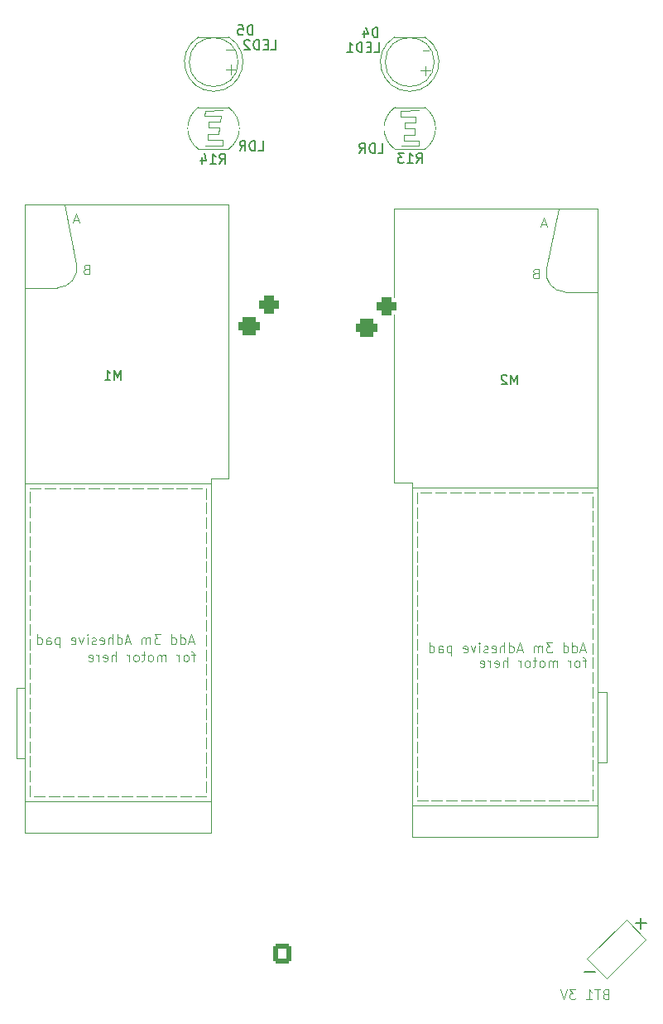
<source format=gbr>
%TF.GenerationSoftware,KiCad,Pcbnew,8.0.2*%
%TF.CreationDate,2024-05-30T02:19:43-04:00*%
%TF.ProjectId,Line-following-learn-to-solder-kit,4c696e65-2d66-46f6-9c6c-6f77696e672d,0*%
%TF.SameCoordinates,Original*%
%TF.FileFunction,Legend,Bot*%
%TF.FilePolarity,Positive*%
%FSLAX46Y46*%
G04 Gerber Fmt 4.6, Leading zero omitted, Abs format (unit mm)*
G04 Created by KiCad (PCBNEW 8.0.2) date 2024-05-30 02:19:43*
%MOMM*%
%LPD*%
G01*
G04 APERTURE LIST*
G04 Aperture macros list*
%AMRoundRect*
0 Rectangle with rounded corners*
0 $1 Rounding radius*
0 $2 $3 $4 $5 $6 $7 $8 $9 X,Y pos of 4 corners*
0 Add a 4 corners polygon primitive as box body*
4,1,4,$2,$3,$4,$5,$6,$7,$8,$9,$2,$3,0*
0 Add four circle primitives for the rounded corners*
1,1,$1+$1,$2,$3*
1,1,$1+$1,$4,$5*
1,1,$1+$1,$6,$7*
1,1,$1+$1,$8,$9*
0 Add four rect primitives between the rounded corners*
20,1,$1+$1,$2,$3,$4,$5,0*
20,1,$1+$1,$4,$5,$6,$7,0*
20,1,$1+$1,$6,$7,$8,$9,0*
20,1,$1+$1,$8,$9,$2,$3,0*%
%AMRotRect*
0 Rectangle, with rotation*
0 The origin of the aperture is its center*
0 $1 length*
0 $2 width*
0 $3 Rotation angle, in degrees counterclockwise*
0 Add horizontal line*
21,1,$1,$2,0,0,$3*%
G04 Aperture macros list end*
%ADD10C,0.100000*%
%ADD11C,0.150000*%
%ADD12C,0.120000*%
%ADD13O,3.000000X2.500000*%
%ADD14C,10.000000*%
%ADD15C,5.400000*%
%ADD16C,3.000000*%
%ADD17C,2.000000*%
%ADD18RotRect,2.000000X2.000000X45.000000*%
%ADD19O,3.300000X6.000000*%
%ADD20C,3.300000*%
%ADD21O,1.800000X2.200000*%
%ADD22R,2.400000X1.600000*%
%ADD23O,2.400000X1.600000*%
%ADD24C,2.200000*%
%ADD25R,2.200000X1.800000*%
%ADD26RoundRect,0.450000X-0.550000X0.450000X-0.550000X-0.450000X0.550000X-0.450000X0.550000X0.450000X0*%
%ADD27RoundRect,0.450000X-0.650000X0.450000X-0.650000X-0.450000X0.650000X-0.450000X0.650000X0.450000X0*%
%ADD28R,1.800000X1.800000*%
%ADD29C,1.800000*%
%ADD30RoundRect,0.225000X-0.675000X-0.775000X0.675000X-0.775000X0.675000X0.775000X-0.675000X0.775000X0*%
%ADD31O,1.800000X2.000000*%
%ADD32R,2.200000X2.500000*%
%ADD33O,2.500000X2.200000*%
%ADD34O,2.200000X2.500000*%
%ADD35R,1.600000X1.600000*%
%ADD36C,1.600000*%
G04 APERTURE END LIST*
D10*
X101780000Y-69530000D02*
X99980000Y-69530000D01*
X101755000Y-68980000D02*
X101780000Y-69530000D01*
X100255000Y-68980000D02*
X101755000Y-68980000D01*
X100255000Y-68380000D02*
X100255000Y-68980000D01*
X101405000Y-68380000D02*
X100255000Y-68380000D01*
X101405000Y-67730000D02*
X101405000Y-68380000D01*
X100380000Y-67730000D02*
X101405000Y-67730000D01*
X100380000Y-67155000D02*
X100380000Y-67730000D01*
X101480000Y-67155000D02*
X100380000Y-67155000D01*
X101455000Y-66530000D02*
X101480000Y-67155000D01*
X99955000Y-66555000D02*
X101455000Y-66530000D01*
X99930000Y-65955000D02*
X99955000Y-66555000D01*
X101780000Y-65905000D02*
X99930000Y-65955000D01*
X81705000Y-69530000D02*
X79955000Y-69530000D01*
X81755000Y-68930000D02*
X81705000Y-69530000D01*
X80205000Y-68955000D02*
X81755000Y-68930000D01*
X80205000Y-68305000D02*
X80205000Y-68955000D01*
X81330000Y-68330000D02*
X80205000Y-68305000D01*
X81355000Y-67630000D02*
X81330000Y-68330000D01*
X80280000Y-67630000D02*
X81355000Y-67630000D01*
X80255000Y-67055000D02*
X80280000Y-67630000D01*
X81505000Y-67055000D02*
X80255000Y-67055000D01*
X81555000Y-66480000D02*
X81505000Y-67055000D01*
X79905000Y-66480000D02*
X81555000Y-66480000D01*
X79930000Y-65930000D02*
X79905000Y-66480000D01*
X81730000Y-65905000D02*
X79930000Y-65930000D01*
X102830000Y-59780000D02*
X102205000Y-59780000D01*
X82812287Y-59735210D02*
X82062287Y-59735210D01*
X83062287Y-61735210D02*
X82062287Y-61735210D01*
X82562287Y-61235210D02*
X82562287Y-62235210D01*
X102505000Y-61355000D02*
X102505000Y-62355000D01*
X103005000Y-61855000D02*
X102005000Y-61855000D01*
D11*
X111899523Y-93934819D02*
X111899523Y-92934819D01*
X111899523Y-92934819D02*
X111566190Y-93649104D01*
X111566190Y-93649104D02*
X111232857Y-92934819D01*
X111232857Y-92934819D02*
X111232857Y-93934819D01*
X110804285Y-93030057D02*
X110756666Y-92982438D01*
X110756666Y-92982438D02*
X110661428Y-92934819D01*
X110661428Y-92934819D02*
X110423333Y-92934819D01*
X110423333Y-92934819D02*
X110328095Y-92982438D01*
X110328095Y-92982438D02*
X110280476Y-93030057D01*
X110280476Y-93030057D02*
X110232857Y-93125295D01*
X110232857Y-93125295D02*
X110232857Y-93220533D01*
X110232857Y-93220533D02*
X110280476Y-93363390D01*
X110280476Y-93363390D02*
X110851904Y-93934819D01*
X110851904Y-93934819D02*
X110232857Y-93934819D01*
D10*
X114833734Y-77566704D02*
X114357544Y-77566704D01*
X114928972Y-77852419D02*
X114595639Y-76852419D01*
X114595639Y-76852419D02*
X114262306Y-77852419D01*
X113702782Y-82578609D02*
X113559925Y-82626228D01*
X113559925Y-82626228D02*
X113512306Y-82673847D01*
X113512306Y-82673847D02*
X113464687Y-82769085D01*
X113464687Y-82769085D02*
X113464687Y-82911942D01*
X113464687Y-82911942D02*
X113512306Y-83007180D01*
X113512306Y-83007180D02*
X113559925Y-83054800D01*
X113559925Y-83054800D02*
X113655163Y-83102419D01*
X113655163Y-83102419D02*
X114036115Y-83102419D01*
X114036115Y-83102419D02*
X114036115Y-82102419D01*
X114036115Y-82102419D02*
X113702782Y-82102419D01*
X113702782Y-82102419D02*
X113607544Y-82150038D01*
X113607544Y-82150038D02*
X113559925Y-82197657D01*
X113559925Y-82197657D02*
X113512306Y-82292895D01*
X113512306Y-82292895D02*
X113512306Y-82388133D01*
X113512306Y-82388133D02*
X113559925Y-82483371D01*
X113559925Y-82483371D02*
X113607544Y-82530990D01*
X113607544Y-82530990D02*
X113702782Y-82578609D01*
X113702782Y-82578609D02*
X114036115Y-82578609D01*
X118928972Y-122185752D02*
X118548020Y-122185752D01*
X118786115Y-122852419D02*
X118786115Y-121995276D01*
X118786115Y-121995276D02*
X118738496Y-121900038D01*
X118738496Y-121900038D02*
X118643258Y-121852419D01*
X118643258Y-121852419D02*
X118548020Y-121852419D01*
X118071829Y-122852419D02*
X118167067Y-122804800D01*
X118167067Y-122804800D02*
X118214686Y-122757180D01*
X118214686Y-122757180D02*
X118262305Y-122661942D01*
X118262305Y-122661942D02*
X118262305Y-122376228D01*
X118262305Y-122376228D02*
X118214686Y-122280990D01*
X118214686Y-122280990D02*
X118167067Y-122233371D01*
X118167067Y-122233371D02*
X118071829Y-122185752D01*
X118071829Y-122185752D02*
X117928972Y-122185752D01*
X117928972Y-122185752D02*
X117833734Y-122233371D01*
X117833734Y-122233371D02*
X117786115Y-122280990D01*
X117786115Y-122280990D02*
X117738496Y-122376228D01*
X117738496Y-122376228D02*
X117738496Y-122661942D01*
X117738496Y-122661942D02*
X117786115Y-122757180D01*
X117786115Y-122757180D02*
X117833734Y-122804800D01*
X117833734Y-122804800D02*
X117928972Y-122852419D01*
X117928972Y-122852419D02*
X118071829Y-122852419D01*
X117309924Y-122852419D02*
X117309924Y-122185752D01*
X117309924Y-122376228D02*
X117262305Y-122280990D01*
X117262305Y-122280990D02*
X117214686Y-122233371D01*
X117214686Y-122233371D02*
X117119448Y-122185752D01*
X117119448Y-122185752D02*
X117024210Y-122185752D01*
X115928971Y-122852419D02*
X115928971Y-122185752D01*
X115928971Y-122280990D02*
X115881352Y-122233371D01*
X115881352Y-122233371D02*
X115786114Y-122185752D01*
X115786114Y-122185752D02*
X115643257Y-122185752D01*
X115643257Y-122185752D02*
X115548019Y-122233371D01*
X115548019Y-122233371D02*
X115500400Y-122328609D01*
X115500400Y-122328609D02*
X115500400Y-122852419D01*
X115500400Y-122328609D02*
X115452781Y-122233371D01*
X115452781Y-122233371D02*
X115357543Y-122185752D01*
X115357543Y-122185752D02*
X115214686Y-122185752D01*
X115214686Y-122185752D02*
X115119447Y-122233371D01*
X115119447Y-122233371D02*
X115071828Y-122328609D01*
X115071828Y-122328609D02*
X115071828Y-122852419D01*
X114452781Y-122852419D02*
X114548019Y-122804800D01*
X114548019Y-122804800D02*
X114595638Y-122757180D01*
X114595638Y-122757180D02*
X114643257Y-122661942D01*
X114643257Y-122661942D02*
X114643257Y-122376228D01*
X114643257Y-122376228D02*
X114595638Y-122280990D01*
X114595638Y-122280990D02*
X114548019Y-122233371D01*
X114548019Y-122233371D02*
X114452781Y-122185752D01*
X114452781Y-122185752D02*
X114309924Y-122185752D01*
X114309924Y-122185752D02*
X114214686Y-122233371D01*
X114214686Y-122233371D02*
X114167067Y-122280990D01*
X114167067Y-122280990D02*
X114119448Y-122376228D01*
X114119448Y-122376228D02*
X114119448Y-122661942D01*
X114119448Y-122661942D02*
X114167067Y-122757180D01*
X114167067Y-122757180D02*
X114214686Y-122804800D01*
X114214686Y-122804800D02*
X114309924Y-122852419D01*
X114309924Y-122852419D02*
X114452781Y-122852419D01*
X113833733Y-122185752D02*
X113452781Y-122185752D01*
X113690876Y-121852419D02*
X113690876Y-122709561D01*
X113690876Y-122709561D02*
X113643257Y-122804800D01*
X113643257Y-122804800D02*
X113548019Y-122852419D01*
X113548019Y-122852419D02*
X113452781Y-122852419D01*
X112976590Y-122852419D02*
X113071828Y-122804800D01*
X113071828Y-122804800D02*
X113119447Y-122757180D01*
X113119447Y-122757180D02*
X113167066Y-122661942D01*
X113167066Y-122661942D02*
X113167066Y-122376228D01*
X113167066Y-122376228D02*
X113119447Y-122280990D01*
X113119447Y-122280990D02*
X113071828Y-122233371D01*
X113071828Y-122233371D02*
X112976590Y-122185752D01*
X112976590Y-122185752D02*
X112833733Y-122185752D01*
X112833733Y-122185752D02*
X112738495Y-122233371D01*
X112738495Y-122233371D02*
X112690876Y-122280990D01*
X112690876Y-122280990D02*
X112643257Y-122376228D01*
X112643257Y-122376228D02*
X112643257Y-122661942D01*
X112643257Y-122661942D02*
X112690876Y-122757180D01*
X112690876Y-122757180D02*
X112738495Y-122804800D01*
X112738495Y-122804800D02*
X112833733Y-122852419D01*
X112833733Y-122852419D02*
X112976590Y-122852419D01*
X112214685Y-122852419D02*
X112214685Y-122185752D01*
X112214685Y-122376228D02*
X112167066Y-122280990D01*
X112167066Y-122280990D02*
X112119447Y-122233371D01*
X112119447Y-122233371D02*
X112024209Y-122185752D01*
X112024209Y-122185752D02*
X111928971Y-122185752D01*
X110833732Y-122852419D02*
X110833732Y-121852419D01*
X110405161Y-122852419D02*
X110405161Y-122328609D01*
X110405161Y-122328609D02*
X110452780Y-122233371D01*
X110452780Y-122233371D02*
X110548018Y-122185752D01*
X110548018Y-122185752D02*
X110690875Y-122185752D01*
X110690875Y-122185752D02*
X110786113Y-122233371D01*
X110786113Y-122233371D02*
X110833732Y-122280990D01*
X109548018Y-122804800D02*
X109643256Y-122852419D01*
X109643256Y-122852419D02*
X109833732Y-122852419D01*
X109833732Y-122852419D02*
X109928970Y-122804800D01*
X109928970Y-122804800D02*
X109976589Y-122709561D01*
X109976589Y-122709561D02*
X109976589Y-122328609D01*
X109976589Y-122328609D02*
X109928970Y-122233371D01*
X109928970Y-122233371D02*
X109833732Y-122185752D01*
X109833732Y-122185752D02*
X109643256Y-122185752D01*
X109643256Y-122185752D02*
X109548018Y-122233371D01*
X109548018Y-122233371D02*
X109500399Y-122328609D01*
X109500399Y-122328609D02*
X109500399Y-122423847D01*
X109500399Y-122423847D02*
X109976589Y-122519085D01*
X109071827Y-122852419D02*
X109071827Y-122185752D01*
X109071827Y-122376228D02*
X109024208Y-122280990D01*
X109024208Y-122280990D02*
X108976589Y-122233371D01*
X108976589Y-122233371D02*
X108881351Y-122185752D01*
X108881351Y-122185752D02*
X108786113Y-122185752D01*
X108071827Y-122804800D02*
X108167065Y-122852419D01*
X108167065Y-122852419D02*
X108357541Y-122852419D01*
X108357541Y-122852419D02*
X108452779Y-122804800D01*
X108452779Y-122804800D02*
X108500398Y-122709561D01*
X108500398Y-122709561D02*
X108500398Y-122328609D01*
X108500398Y-122328609D02*
X108452779Y-122233371D01*
X108452779Y-122233371D02*
X108357541Y-122185752D01*
X108357541Y-122185752D02*
X108167065Y-122185752D01*
X108167065Y-122185752D02*
X108071827Y-122233371D01*
X108071827Y-122233371D02*
X108024208Y-122328609D01*
X108024208Y-122328609D02*
X108024208Y-122423847D01*
X108024208Y-122423847D02*
X108500398Y-122519085D01*
X118833734Y-121066704D02*
X118357544Y-121066704D01*
X118928972Y-121352419D02*
X118595639Y-120352419D01*
X118595639Y-120352419D02*
X118262306Y-121352419D01*
X117500401Y-121352419D02*
X117500401Y-120352419D01*
X117500401Y-121304800D02*
X117595639Y-121352419D01*
X117595639Y-121352419D02*
X117786115Y-121352419D01*
X117786115Y-121352419D02*
X117881353Y-121304800D01*
X117881353Y-121304800D02*
X117928972Y-121257180D01*
X117928972Y-121257180D02*
X117976591Y-121161942D01*
X117976591Y-121161942D02*
X117976591Y-120876228D01*
X117976591Y-120876228D02*
X117928972Y-120780990D01*
X117928972Y-120780990D02*
X117881353Y-120733371D01*
X117881353Y-120733371D02*
X117786115Y-120685752D01*
X117786115Y-120685752D02*
X117595639Y-120685752D01*
X117595639Y-120685752D02*
X117500401Y-120733371D01*
X116595639Y-121352419D02*
X116595639Y-120352419D01*
X116595639Y-121304800D02*
X116690877Y-121352419D01*
X116690877Y-121352419D02*
X116881353Y-121352419D01*
X116881353Y-121352419D02*
X116976591Y-121304800D01*
X116976591Y-121304800D02*
X117024210Y-121257180D01*
X117024210Y-121257180D02*
X117071829Y-121161942D01*
X117071829Y-121161942D02*
X117071829Y-120876228D01*
X117071829Y-120876228D02*
X117024210Y-120780990D01*
X117024210Y-120780990D02*
X116976591Y-120733371D01*
X116976591Y-120733371D02*
X116881353Y-120685752D01*
X116881353Y-120685752D02*
X116690877Y-120685752D01*
X116690877Y-120685752D02*
X116595639Y-120733371D01*
X115452781Y-120352419D02*
X114833734Y-120352419D01*
X114833734Y-120352419D02*
X115167067Y-120733371D01*
X115167067Y-120733371D02*
X115024210Y-120733371D01*
X115024210Y-120733371D02*
X114928972Y-120780990D01*
X114928972Y-120780990D02*
X114881353Y-120828609D01*
X114881353Y-120828609D02*
X114833734Y-120923847D01*
X114833734Y-120923847D02*
X114833734Y-121161942D01*
X114833734Y-121161942D02*
X114881353Y-121257180D01*
X114881353Y-121257180D02*
X114928972Y-121304800D01*
X114928972Y-121304800D02*
X115024210Y-121352419D01*
X115024210Y-121352419D02*
X115309924Y-121352419D01*
X115309924Y-121352419D02*
X115405162Y-121304800D01*
X115405162Y-121304800D02*
X115452781Y-121257180D01*
X114405162Y-121352419D02*
X114405162Y-120685752D01*
X114405162Y-120780990D02*
X114357543Y-120733371D01*
X114357543Y-120733371D02*
X114262305Y-120685752D01*
X114262305Y-120685752D02*
X114119448Y-120685752D01*
X114119448Y-120685752D02*
X114024210Y-120733371D01*
X114024210Y-120733371D02*
X113976591Y-120828609D01*
X113976591Y-120828609D02*
X113976591Y-121352419D01*
X113976591Y-120828609D02*
X113928972Y-120733371D01*
X113928972Y-120733371D02*
X113833734Y-120685752D01*
X113833734Y-120685752D02*
X113690877Y-120685752D01*
X113690877Y-120685752D02*
X113595638Y-120733371D01*
X113595638Y-120733371D02*
X113548019Y-120828609D01*
X113548019Y-120828609D02*
X113548019Y-121352419D01*
X112357543Y-121066704D02*
X111881353Y-121066704D01*
X112452781Y-121352419D02*
X112119448Y-120352419D01*
X112119448Y-120352419D02*
X111786115Y-121352419D01*
X111024210Y-121352419D02*
X111024210Y-120352419D01*
X111024210Y-121304800D02*
X111119448Y-121352419D01*
X111119448Y-121352419D02*
X111309924Y-121352419D01*
X111309924Y-121352419D02*
X111405162Y-121304800D01*
X111405162Y-121304800D02*
X111452781Y-121257180D01*
X111452781Y-121257180D02*
X111500400Y-121161942D01*
X111500400Y-121161942D02*
X111500400Y-120876228D01*
X111500400Y-120876228D02*
X111452781Y-120780990D01*
X111452781Y-120780990D02*
X111405162Y-120733371D01*
X111405162Y-120733371D02*
X111309924Y-120685752D01*
X111309924Y-120685752D02*
X111119448Y-120685752D01*
X111119448Y-120685752D02*
X111024210Y-120733371D01*
X110548019Y-121352419D02*
X110548019Y-120352419D01*
X110119448Y-121352419D02*
X110119448Y-120828609D01*
X110119448Y-120828609D02*
X110167067Y-120733371D01*
X110167067Y-120733371D02*
X110262305Y-120685752D01*
X110262305Y-120685752D02*
X110405162Y-120685752D01*
X110405162Y-120685752D02*
X110500400Y-120733371D01*
X110500400Y-120733371D02*
X110548019Y-120780990D01*
X109262305Y-121304800D02*
X109357543Y-121352419D01*
X109357543Y-121352419D02*
X109548019Y-121352419D01*
X109548019Y-121352419D02*
X109643257Y-121304800D01*
X109643257Y-121304800D02*
X109690876Y-121209561D01*
X109690876Y-121209561D02*
X109690876Y-120828609D01*
X109690876Y-120828609D02*
X109643257Y-120733371D01*
X109643257Y-120733371D02*
X109548019Y-120685752D01*
X109548019Y-120685752D02*
X109357543Y-120685752D01*
X109357543Y-120685752D02*
X109262305Y-120733371D01*
X109262305Y-120733371D02*
X109214686Y-120828609D01*
X109214686Y-120828609D02*
X109214686Y-120923847D01*
X109214686Y-120923847D02*
X109690876Y-121019085D01*
X108833733Y-121304800D02*
X108738495Y-121352419D01*
X108738495Y-121352419D02*
X108548019Y-121352419D01*
X108548019Y-121352419D02*
X108452781Y-121304800D01*
X108452781Y-121304800D02*
X108405162Y-121209561D01*
X108405162Y-121209561D02*
X108405162Y-121161942D01*
X108405162Y-121161942D02*
X108452781Y-121066704D01*
X108452781Y-121066704D02*
X108548019Y-121019085D01*
X108548019Y-121019085D02*
X108690876Y-121019085D01*
X108690876Y-121019085D02*
X108786114Y-120971466D01*
X108786114Y-120971466D02*
X108833733Y-120876228D01*
X108833733Y-120876228D02*
X108833733Y-120828609D01*
X108833733Y-120828609D02*
X108786114Y-120733371D01*
X108786114Y-120733371D02*
X108690876Y-120685752D01*
X108690876Y-120685752D02*
X108548019Y-120685752D01*
X108548019Y-120685752D02*
X108452781Y-120733371D01*
X107976590Y-121352419D02*
X107976590Y-120685752D01*
X107976590Y-120352419D02*
X108024209Y-120400038D01*
X108024209Y-120400038D02*
X107976590Y-120447657D01*
X107976590Y-120447657D02*
X107928971Y-120400038D01*
X107928971Y-120400038D02*
X107976590Y-120352419D01*
X107976590Y-120352419D02*
X107976590Y-120447657D01*
X107595638Y-120685752D02*
X107357543Y-121352419D01*
X107357543Y-121352419D02*
X107119448Y-120685752D01*
X106357543Y-121304800D02*
X106452781Y-121352419D01*
X106452781Y-121352419D02*
X106643257Y-121352419D01*
X106643257Y-121352419D02*
X106738495Y-121304800D01*
X106738495Y-121304800D02*
X106786114Y-121209561D01*
X106786114Y-121209561D02*
X106786114Y-120828609D01*
X106786114Y-120828609D02*
X106738495Y-120733371D01*
X106738495Y-120733371D02*
X106643257Y-120685752D01*
X106643257Y-120685752D02*
X106452781Y-120685752D01*
X106452781Y-120685752D02*
X106357543Y-120733371D01*
X106357543Y-120733371D02*
X106309924Y-120828609D01*
X106309924Y-120828609D02*
X106309924Y-120923847D01*
X106309924Y-120923847D02*
X106786114Y-121019085D01*
X105119447Y-120685752D02*
X105119447Y-121685752D01*
X105119447Y-120733371D02*
X105024209Y-120685752D01*
X105024209Y-120685752D02*
X104833733Y-120685752D01*
X104833733Y-120685752D02*
X104738495Y-120733371D01*
X104738495Y-120733371D02*
X104690876Y-120780990D01*
X104690876Y-120780990D02*
X104643257Y-120876228D01*
X104643257Y-120876228D02*
X104643257Y-121161942D01*
X104643257Y-121161942D02*
X104690876Y-121257180D01*
X104690876Y-121257180D02*
X104738495Y-121304800D01*
X104738495Y-121304800D02*
X104833733Y-121352419D01*
X104833733Y-121352419D02*
X105024209Y-121352419D01*
X105024209Y-121352419D02*
X105119447Y-121304800D01*
X103786114Y-121352419D02*
X103786114Y-120828609D01*
X103786114Y-120828609D02*
X103833733Y-120733371D01*
X103833733Y-120733371D02*
X103928971Y-120685752D01*
X103928971Y-120685752D02*
X104119447Y-120685752D01*
X104119447Y-120685752D02*
X104214685Y-120733371D01*
X103786114Y-121304800D02*
X103881352Y-121352419D01*
X103881352Y-121352419D02*
X104119447Y-121352419D01*
X104119447Y-121352419D02*
X104214685Y-121304800D01*
X104214685Y-121304800D02*
X104262304Y-121209561D01*
X104262304Y-121209561D02*
X104262304Y-121114323D01*
X104262304Y-121114323D02*
X104214685Y-121019085D01*
X104214685Y-121019085D02*
X104119447Y-120971466D01*
X104119447Y-120971466D02*
X103881352Y-120971466D01*
X103881352Y-120971466D02*
X103786114Y-120923847D01*
X102881352Y-121352419D02*
X102881352Y-120352419D01*
X102881352Y-121304800D02*
X102976590Y-121352419D01*
X102976590Y-121352419D02*
X103167066Y-121352419D01*
X103167066Y-121352419D02*
X103262304Y-121304800D01*
X103262304Y-121304800D02*
X103309923Y-121257180D01*
X103309923Y-121257180D02*
X103357542Y-121161942D01*
X103357542Y-121161942D02*
X103357542Y-120876228D01*
X103357542Y-120876228D02*
X103309923Y-120780990D01*
X103309923Y-120780990D02*
X103262304Y-120733371D01*
X103262304Y-120733371D02*
X103167066Y-120685752D01*
X103167066Y-120685752D02*
X102976590Y-120685752D01*
X102976590Y-120685752D02*
X102881352Y-120733371D01*
D11*
X71339523Y-93504819D02*
X71339523Y-92504819D01*
X71339523Y-92504819D02*
X71006190Y-93219104D01*
X71006190Y-93219104D02*
X70672857Y-92504819D01*
X70672857Y-92504819D02*
X70672857Y-93504819D01*
X69672857Y-93504819D02*
X70244285Y-93504819D01*
X69958571Y-93504819D02*
X69958571Y-92504819D01*
X69958571Y-92504819D02*
X70053809Y-92647676D01*
X70053809Y-92647676D02*
X70149047Y-92742914D01*
X70149047Y-92742914D02*
X70244285Y-92790533D01*
D10*
X67012455Y-77136704D02*
X66536265Y-77136704D01*
X67107693Y-77422419D02*
X66774360Y-76422419D01*
X66774360Y-76422419D02*
X66441027Y-77422419D01*
X67774360Y-82148609D02*
X67631503Y-82196228D01*
X67631503Y-82196228D02*
X67583884Y-82243847D01*
X67583884Y-82243847D02*
X67536265Y-82339085D01*
X67536265Y-82339085D02*
X67536265Y-82481942D01*
X67536265Y-82481942D02*
X67583884Y-82577180D01*
X67583884Y-82577180D02*
X67631503Y-82624800D01*
X67631503Y-82624800D02*
X67726741Y-82672419D01*
X67726741Y-82672419D02*
X68107693Y-82672419D01*
X68107693Y-82672419D02*
X68107693Y-81672419D01*
X68107693Y-81672419D02*
X67774360Y-81672419D01*
X67774360Y-81672419D02*
X67679122Y-81720038D01*
X67679122Y-81720038D02*
X67631503Y-81767657D01*
X67631503Y-81767657D02*
X67583884Y-81862895D01*
X67583884Y-81862895D02*
X67583884Y-81958133D01*
X67583884Y-81958133D02*
X67631503Y-82053371D01*
X67631503Y-82053371D02*
X67679122Y-82100990D01*
X67679122Y-82100990D02*
X67774360Y-82148609D01*
X67774360Y-82148609D02*
X68107693Y-82148609D01*
X78900550Y-121584753D02*
X78519598Y-121584753D01*
X78757693Y-122251420D02*
X78757693Y-121394277D01*
X78757693Y-121394277D02*
X78710074Y-121299039D01*
X78710074Y-121299039D02*
X78614836Y-121251420D01*
X78614836Y-121251420D02*
X78519598Y-121251420D01*
X78043407Y-122251420D02*
X78138645Y-122203801D01*
X78138645Y-122203801D02*
X78186264Y-122156181D01*
X78186264Y-122156181D02*
X78233883Y-122060943D01*
X78233883Y-122060943D02*
X78233883Y-121775229D01*
X78233883Y-121775229D02*
X78186264Y-121679991D01*
X78186264Y-121679991D02*
X78138645Y-121632372D01*
X78138645Y-121632372D02*
X78043407Y-121584753D01*
X78043407Y-121584753D02*
X77900550Y-121584753D01*
X77900550Y-121584753D02*
X77805312Y-121632372D01*
X77805312Y-121632372D02*
X77757693Y-121679991D01*
X77757693Y-121679991D02*
X77710074Y-121775229D01*
X77710074Y-121775229D02*
X77710074Y-122060943D01*
X77710074Y-122060943D02*
X77757693Y-122156181D01*
X77757693Y-122156181D02*
X77805312Y-122203801D01*
X77805312Y-122203801D02*
X77900550Y-122251420D01*
X77900550Y-122251420D02*
X78043407Y-122251420D01*
X77281502Y-122251420D02*
X77281502Y-121584753D01*
X77281502Y-121775229D02*
X77233883Y-121679991D01*
X77233883Y-121679991D02*
X77186264Y-121632372D01*
X77186264Y-121632372D02*
X77091026Y-121584753D01*
X77091026Y-121584753D02*
X76995788Y-121584753D01*
X75900549Y-122251420D02*
X75900549Y-121584753D01*
X75900549Y-121679991D02*
X75852930Y-121632372D01*
X75852930Y-121632372D02*
X75757692Y-121584753D01*
X75757692Y-121584753D02*
X75614835Y-121584753D01*
X75614835Y-121584753D02*
X75519597Y-121632372D01*
X75519597Y-121632372D02*
X75471978Y-121727610D01*
X75471978Y-121727610D02*
X75471978Y-122251420D01*
X75471978Y-121727610D02*
X75424359Y-121632372D01*
X75424359Y-121632372D02*
X75329121Y-121584753D01*
X75329121Y-121584753D02*
X75186264Y-121584753D01*
X75186264Y-121584753D02*
X75091025Y-121632372D01*
X75091025Y-121632372D02*
X75043406Y-121727610D01*
X75043406Y-121727610D02*
X75043406Y-122251420D01*
X74424359Y-122251420D02*
X74519597Y-122203801D01*
X74519597Y-122203801D02*
X74567216Y-122156181D01*
X74567216Y-122156181D02*
X74614835Y-122060943D01*
X74614835Y-122060943D02*
X74614835Y-121775229D01*
X74614835Y-121775229D02*
X74567216Y-121679991D01*
X74567216Y-121679991D02*
X74519597Y-121632372D01*
X74519597Y-121632372D02*
X74424359Y-121584753D01*
X74424359Y-121584753D02*
X74281502Y-121584753D01*
X74281502Y-121584753D02*
X74186264Y-121632372D01*
X74186264Y-121632372D02*
X74138645Y-121679991D01*
X74138645Y-121679991D02*
X74091026Y-121775229D01*
X74091026Y-121775229D02*
X74091026Y-122060943D01*
X74091026Y-122060943D02*
X74138645Y-122156181D01*
X74138645Y-122156181D02*
X74186264Y-122203801D01*
X74186264Y-122203801D02*
X74281502Y-122251420D01*
X74281502Y-122251420D02*
X74424359Y-122251420D01*
X73805311Y-121584753D02*
X73424359Y-121584753D01*
X73662454Y-121251420D02*
X73662454Y-122108562D01*
X73662454Y-122108562D02*
X73614835Y-122203801D01*
X73614835Y-122203801D02*
X73519597Y-122251420D01*
X73519597Y-122251420D02*
X73424359Y-122251420D01*
X72948168Y-122251420D02*
X73043406Y-122203801D01*
X73043406Y-122203801D02*
X73091025Y-122156181D01*
X73091025Y-122156181D02*
X73138644Y-122060943D01*
X73138644Y-122060943D02*
X73138644Y-121775229D01*
X73138644Y-121775229D02*
X73091025Y-121679991D01*
X73091025Y-121679991D02*
X73043406Y-121632372D01*
X73043406Y-121632372D02*
X72948168Y-121584753D01*
X72948168Y-121584753D02*
X72805311Y-121584753D01*
X72805311Y-121584753D02*
X72710073Y-121632372D01*
X72710073Y-121632372D02*
X72662454Y-121679991D01*
X72662454Y-121679991D02*
X72614835Y-121775229D01*
X72614835Y-121775229D02*
X72614835Y-122060943D01*
X72614835Y-122060943D02*
X72662454Y-122156181D01*
X72662454Y-122156181D02*
X72710073Y-122203801D01*
X72710073Y-122203801D02*
X72805311Y-122251420D01*
X72805311Y-122251420D02*
X72948168Y-122251420D01*
X72186263Y-122251420D02*
X72186263Y-121584753D01*
X72186263Y-121775229D02*
X72138644Y-121679991D01*
X72138644Y-121679991D02*
X72091025Y-121632372D01*
X72091025Y-121632372D02*
X71995787Y-121584753D01*
X71995787Y-121584753D02*
X71900549Y-121584753D01*
X70805310Y-122251420D02*
X70805310Y-121251420D01*
X70376739Y-122251420D02*
X70376739Y-121727610D01*
X70376739Y-121727610D02*
X70424358Y-121632372D01*
X70424358Y-121632372D02*
X70519596Y-121584753D01*
X70519596Y-121584753D02*
X70662453Y-121584753D01*
X70662453Y-121584753D02*
X70757691Y-121632372D01*
X70757691Y-121632372D02*
X70805310Y-121679991D01*
X69519596Y-122203801D02*
X69614834Y-122251420D01*
X69614834Y-122251420D02*
X69805310Y-122251420D01*
X69805310Y-122251420D02*
X69900548Y-122203801D01*
X69900548Y-122203801D02*
X69948167Y-122108562D01*
X69948167Y-122108562D02*
X69948167Y-121727610D01*
X69948167Y-121727610D02*
X69900548Y-121632372D01*
X69900548Y-121632372D02*
X69805310Y-121584753D01*
X69805310Y-121584753D02*
X69614834Y-121584753D01*
X69614834Y-121584753D02*
X69519596Y-121632372D01*
X69519596Y-121632372D02*
X69471977Y-121727610D01*
X69471977Y-121727610D02*
X69471977Y-121822848D01*
X69471977Y-121822848D02*
X69948167Y-121918086D01*
X69043405Y-122251420D02*
X69043405Y-121584753D01*
X69043405Y-121775229D02*
X68995786Y-121679991D01*
X68995786Y-121679991D02*
X68948167Y-121632372D01*
X68948167Y-121632372D02*
X68852929Y-121584753D01*
X68852929Y-121584753D02*
X68757691Y-121584753D01*
X68043405Y-122203801D02*
X68138643Y-122251420D01*
X68138643Y-122251420D02*
X68329119Y-122251420D01*
X68329119Y-122251420D02*
X68424357Y-122203801D01*
X68424357Y-122203801D02*
X68471976Y-122108562D01*
X68471976Y-122108562D02*
X68471976Y-121727610D01*
X68471976Y-121727610D02*
X68424357Y-121632372D01*
X68424357Y-121632372D02*
X68329119Y-121584753D01*
X68329119Y-121584753D02*
X68138643Y-121584753D01*
X68138643Y-121584753D02*
X68043405Y-121632372D01*
X68043405Y-121632372D02*
X67995786Y-121727610D01*
X67995786Y-121727610D02*
X67995786Y-121822848D01*
X67995786Y-121822848D02*
X68471976Y-121918086D01*
X78745787Y-120215705D02*
X78269597Y-120215705D01*
X78841025Y-120501420D02*
X78507692Y-119501420D01*
X78507692Y-119501420D02*
X78174359Y-120501420D01*
X77412454Y-120501420D02*
X77412454Y-119501420D01*
X77412454Y-120453801D02*
X77507692Y-120501420D01*
X77507692Y-120501420D02*
X77698168Y-120501420D01*
X77698168Y-120501420D02*
X77793406Y-120453801D01*
X77793406Y-120453801D02*
X77841025Y-120406181D01*
X77841025Y-120406181D02*
X77888644Y-120310943D01*
X77888644Y-120310943D02*
X77888644Y-120025229D01*
X77888644Y-120025229D02*
X77841025Y-119929991D01*
X77841025Y-119929991D02*
X77793406Y-119882372D01*
X77793406Y-119882372D02*
X77698168Y-119834753D01*
X77698168Y-119834753D02*
X77507692Y-119834753D01*
X77507692Y-119834753D02*
X77412454Y-119882372D01*
X76507692Y-120501420D02*
X76507692Y-119501420D01*
X76507692Y-120453801D02*
X76602930Y-120501420D01*
X76602930Y-120501420D02*
X76793406Y-120501420D01*
X76793406Y-120501420D02*
X76888644Y-120453801D01*
X76888644Y-120453801D02*
X76936263Y-120406181D01*
X76936263Y-120406181D02*
X76983882Y-120310943D01*
X76983882Y-120310943D02*
X76983882Y-120025229D01*
X76983882Y-120025229D02*
X76936263Y-119929991D01*
X76936263Y-119929991D02*
X76888644Y-119882372D01*
X76888644Y-119882372D02*
X76793406Y-119834753D01*
X76793406Y-119834753D02*
X76602930Y-119834753D01*
X76602930Y-119834753D02*
X76507692Y-119882372D01*
X75364834Y-119501420D02*
X74745787Y-119501420D01*
X74745787Y-119501420D02*
X75079120Y-119882372D01*
X75079120Y-119882372D02*
X74936263Y-119882372D01*
X74936263Y-119882372D02*
X74841025Y-119929991D01*
X74841025Y-119929991D02*
X74793406Y-119977610D01*
X74793406Y-119977610D02*
X74745787Y-120072848D01*
X74745787Y-120072848D02*
X74745787Y-120310943D01*
X74745787Y-120310943D02*
X74793406Y-120406181D01*
X74793406Y-120406181D02*
X74841025Y-120453801D01*
X74841025Y-120453801D02*
X74936263Y-120501420D01*
X74936263Y-120501420D02*
X75221977Y-120501420D01*
X75221977Y-120501420D02*
X75317215Y-120453801D01*
X75317215Y-120453801D02*
X75364834Y-120406181D01*
X74317215Y-120501420D02*
X74317215Y-119834753D01*
X74317215Y-119929991D02*
X74269596Y-119882372D01*
X74269596Y-119882372D02*
X74174358Y-119834753D01*
X74174358Y-119834753D02*
X74031501Y-119834753D01*
X74031501Y-119834753D02*
X73936263Y-119882372D01*
X73936263Y-119882372D02*
X73888644Y-119977610D01*
X73888644Y-119977610D02*
X73888644Y-120501420D01*
X73888644Y-119977610D02*
X73841025Y-119882372D01*
X73841025Y-119882372D02*
X73745787Y-119834753D01*
X73745787Y-119834753D02*
X73602930Y-119834753D01*
X73602930Y-119834753D02*
X73507691Y-119882372D01*
X73507691Y-119882372D02*
X73460072Y-119977610D01*
X73460072Y-119977610D02*
X73460072Y-120501420D01*
X72269596Y-120215705D02*
X71793406Y-120215705D01*
X72364834Y-120501420D02*
X72031501Y-119501420D01*
X72031501Y-119501420D02*
X71698168Y-120501420D01*
X70936263Y-120501420D02*
X70936263Y-119501420D01*
X70936263Y-120453801D02*
X71031501Y-120501420D01*
X71031501Y-120501420D02*
X71221977Y-120501420D01*
X71221977Y-120501420D02*
X71317215Y-120453801D01*
X71317215Y-120453801D02*
X71364834Y-120406181D01*
X71364834Y-120406181D02*
X71412453Y-120310943D01*
X71412453Y-120310943D02*
X71412453Y-120025229D01*
X71412453Y-120025229D02*
X71364834Y-119929991D01*
X71364834Y-119929991D02*
X71317215Y-119882372D01*
X71317215Y-119882372D02*
X71221977Y-119834753D01*
X71221977Y-119834753D02*
X71031501Y-119834753D01*
X71031501Y-119834753D02*
X70936263Y-119882372D01*
X70460072Y-120501420D02*
X70460072Y-119501420D01*
X70031501Y-120501420D02*
X70031501Y-119977610D01*
X70031501Y-119977610D02*
X70079120Y-119882372D01*
X70079120Y-119882372D02*
X70174358Y-119834753D01*
X70174358Y-119834753D02*
X70317215Y-119834753D01*
X70317215Y-119834753D02*
X70412453Y-119882372D01*
X70412453Y-119882372D02*
X70460072Y-119929991D01*
X69174358Y-120453801D02*
X69269596Y-120501420D01*
X69269596Y-120501420D02*
X69460072Y-120501420D01*
X69460072Y-120501420D02*
X69555310Y-120453801D01*
X69555310Y-120453801D02*
X69602929Y-120358562D01*
X69602929Y-120358562D02*
X69602929Y-119977610D01*
X69602929Y-119977610D02*
X69555310Y-119882372D01*
X69555310Y-119882372D02*
X69460072Y-119834753D01*
X69460072Y-119834753D02*
X69269596Y-119834753D01*
X69269596Y-119834753D02*
X69174358Y-119882372D01*
X69174358Y-119882372D02*
X69126739Y-119977610D01*
X69126739Y-119977610D02*
X69126739Y-120072848D01*
X69126739Y-120072848D02*
X69602929Y-120168086D01*
X68745786Y-120453801D02*
X68650548Y-120501420D01*
X68650548Y-120501420D02*
X68460072Y-120501420D01*
X68460072Y-120501420D02*
X68364834Y-120453801D01*
X68364834Y-120453801D02*
X68317215Y-120358562D01*
X68317215Y-120358562D02*
X68317215Y-120310943D01*
X68317215Y-120310943D02*
X68364834Y-120215705D01*
X68364834Y-120215705D02*
X68460072Y-120168086D01*
X68460072Y-120168086D02*
X68602929Y-120168086D01*
X68602929Y-120168086D02*
X68698167Y-120120467D01*
X68698167Y-120120467D02*
X68745786Y-120025229D01*
X68745786Y-120025229D02*
X68745786Y-119977610D01*
X68745786Y-119977610D02*
X68698167Y-119882372D01*
X68698167Y-119882372D02*
X68602929Y-119834753D01*
X68602929Y-119834753D02*
X68460072Y-119834753D01*
X68460072Y-119834753D02*
X68364834Y-119882372D01*
X67888643Y-120501420D02*
X67888643Y-119834753D01*
X67888643Y-119501420D02*
X67936262Y-119549039D01*
X67936262Y-119549039D02*
X67888643Y-119596658D01*
X67888643Y-119596658D02*
X67841024Y-119549039D01*
X67841024Y-119549039D02*
X67888643Y-119501420D01*
X67888643Y-119501420D02*
X67888643Y-119596658D01*
X67507691Y-119834753D02*
X67269596Y-120501420D01*
X67269596Y-120501420D02*
X67031501Y-119834753D01*
X66269596Y-120453801D02*
X66364834Y-120501420D01*
X66364834Y-120501420D02*
X66555310Y-120501420D01*
X66555310Y-120501420D02*
X66650548Y-120453801D01*
X66650548Y-120453801D02*
X66698167Y-120358562D01*
X66698167Y-120358562D02*
X66698167Y-119977610D01*
X66698167Y-119977610D02*
X66650548Y-119882372D01*
X66650548Y-119882372D02*
X66555310Y-119834753D01*
X66555310Y-119834753D02*
X66364834Y-119834753D01*
X66364834Y-119834753D02*
X66269596Y-119882372D01*
X66269596Y-119882372D02*
X66221977Y-119977610D01*
X66221977Y-119977610D02*
X66221977Y-120072848D01*
X66221977Y-120072848D02*
X66698167Y-120168086D01*
X65031500Y-119834753D02*
X65031500Y-120834753D01*
X65031500Y-119882372D02*
X64936262Y-119834753D01*
X64936262Y-119834753D02*
X64745786Y-119834753D01*
X64745786Y-119834753D02*
X64650548Y-119882372D01*
X64650548Y-119882372D02*
X64602929Y-119929991D01*
X64602929Y-119929991D02*
X64555310Y-120025229D01*
X64555310Y-120025229D02*
X64555310Y-120310943D01*
X64555310Y-120310943D02*
X64602929Y-120406181D01*
X64602929Y-120406181D02*
X64650548Y-120453801D01*
X64650548Y-120453801D02*
X64745786Y-120501420D01*
X64745786Y-120501420D02*
X64936262Y-120501420D01*
X64936262Y-120501420D02*
X65031500Y-120453801D01*
X63698167Y-120501420D02*
X63698167Y-119977610D01*
X63698167Y-119977610D02*
X63745786Y-119882372D01*
X63745786Y-119882372D02*
X63841024Y-119834753D01*
X63841024Y-119834753D02*
X64031500Y-119834753D01*
X64031500Y-119834753D02*
X64126738Y-119882372D01*
X63698167Y-120453801D02*
X63793405Y-120501420D01*
X63793405Y-120501420D02*
X64031500Y-120501420D01*
X64031500Y-120501420D02*
X64126738Y-120453801D01*
X64126738Y-120453801D02*
X64174357Y-120358562D01*
X64174357Y-120358562D02*
X64174357Y-120263324D01*
X64174357Y-120263324D02*
X64126738Y-120168086D01*
X64126738Y-120168086D02*
X64031500Y-120120467D01*
X64031500Y-120120467D02*
X63793405Y-120120467D01*
X63793405Y-120120467D02*
X63698167Y-120072848D01*
X62793405Y-120501420D02*
X62793405Y-119501420D01*
X62793405Y-120453801D02*
X62888643Y-120501420D01*
X62888643Y-120501420D02*
X63079119Y-120501420D01*
X63079119Y-120501420D02*
X63174357Y-120453801D01*
X63174357Y-120453801D02*
X63221976Y-120406181D01*
X63221976Y-120406181D02*
X63269595Y-120310943D01*
X63269595Y-120310943D02*
X63269595Y-120025229D01*
X63269595Y-120025229D02*
X63221976Y-119929991D01*
X63221976Y-119929991D02*
X63174357Y-119882372D01*
X63174357Y-119882372D02*
X63079119Y-119834753D01*
X63079119Y-119834753D02*
X62888643Y-119834753D01*
X62888643Y-119834753D02*
X62793405Y-119882372D01*
D11*
X118690858Y-154047410D02*
X119833716Y-154047410D01*
D10*
X120875069Y-156281319D02*
X120732212Y-156328938D01*
X120732212Y-156328938D02*
X120684593Y-156376557D01*
X120684593Y-156376557D02*
X120636974Y-156471795D01*
X120636974Y-156471795D02*
X120636974Y-156614652D01*
X120636974Y-156614652D02*
X120684593Y-156709890D01*
X120684593Y-156709890D02*
X120732212Y-156757510D01*
X120732212Y-156757510D02*
X120827450Y-156805129D01*
X120827450Y-156805129D02*
X121208402Y-156805129D01*
X121208402Y-156805129D02*
X121208402Y-155805129D01*
X121208402Y-155805129D02*
X120875069Y-155805129D01*
X120875069Y-155805129D02*
X120779831Y-155852748D01*
X120779831Y-155852748D02*
X120732212Y-155900367D01*
X120732212Y-155900367D02*
X120684593Y-155995605D01*
X120684593Y-155995605D02*
X120684593Y-156090843D01*
X120684593Y-156090843D02*
X120732212Y-156186081D01*
X120732212Y-156186081D02*
X120779831Y-156233700D01*
X120779831Y-156233700D02*
X120875069Y-156281319D01*
X120875069Y-156281319D02*
X121208402Y-156281319D01*
X120351259Y-155805129D02*
X119779831Y-155805129D01*
X120065545Y-156805129D02*
X120065545Y-155805129D01*
X118922688Y-156805129D02*
X119494116Y-156805129D01*
X119208402Y-156805129D02*
X119208402Y-155805129D01*
X119208402Y-155805129D02*
X119303640Y-155947986D01*
X119303640Y-155947986D02*
X119398878Y-156043224D01*
X119398878Y-156043224D02*
X119494116Y-156090843D01*
X117827449Y-155805129D02*
X117208402Y-155805129D01*
X117208402Y-155805129D02*
X117541735Y-156186081D01*
X117541735Y-156186081D02*
X117398878Y-156186081D01*
X117398878Y-156186081D02*
X117303640Y-156233700D01*
X117303640Y-156233700D02*
X117256021Y-156281319D01*
X117256021Y-156281319D02*
X117208402Y-156376557D01*
X117208402Y-156376557D02*
X117208402Y-156614652D01*
X117208402Y-156614652D02*
X117256021Y-156709890D01*
X117256021Y-156709890D02*
X117303640Y-156757510D01*
X117303640Y-156757510D02*
X117398878Y-156805129D01*
X117398878Y-156805129D02*
X117684592Y-156805129D01*
X117684592Y-156805129D02*
X117779830Y-156757510D01*
X117779830Y-156757510D02*
X117827449Y-156709890D01*
X116922687Y-155805129D02*
X116589354Y-156805129D01*
X116589354Y-156805129D02*
X116256021Y-155805129D01*
D11*
X123940858Y-149047410D02*
X125083716Y-149047410D01*
X124512287Y-149618838D02*
X124512287Y-148475981D01*
X81405144Y-71340029D02*
X81738477Y-70863838D01*
X81976572Y-71340029D02*
X81976572Y-70340029D01*
X81976572Y-70340029D02*
X81595620Y-70340029D01*
X81595620Y-70340029D02*
X81500382Y-70387648D01*
X81500382Y-70387648D02*
X81452763Y-70435267D01*
X81452763Y-70435267D02*
X81405144Y-70530505D01*
X81405144Y-70530505D02*
X81405144Y-70673362D01*
X81405144Y-70673362D02*
X81452763Y-70768600D01*
X81452763Y-70768600D02*
X81500382Y-70816219D01*
X81500382Y-70816219D02*
X81595620Y-70863838D01*
X81595620Y-70863838D02*
X81976572Y-70863838D01*
X80452763Y-71340029D02*
X81024191Y-71340029D01*
X80738477Y-71340029D02*
X80738477Y-70340029D01*
X80738477Y-70340029D02*
X80833715Y-70482886D01*
X80833715Y-70482886D02*
X80928953Y-70578124D01*
X80928953Y-70578124D02*
X81024191Y-70625743D01*
X79595620Y-70673362D02*
X79595620Y-71340029D01*
X79833715Y-70292410D02*
X80071810Y-71006695D01*
X80071810Y-71006695D02*
X79452763Y-71006695D01*
X85370476Y-70034819D02*
X85846666Y-70034819D01*
X85846666Y-70034819D02*
X85846666Y-69034819D01*
X85037142Y-70034819D02*
X85037142Y-69034819D01*
X85037142Y-69034819D02*
X84799047Y-69034819D01*
X84799047Y-69034819D02*
X84656190Y-69082438D01*
X84656190Y-69082438D02*
X84560952Y-69177676D01*
X84560952Y-69177676D02*
X84513333Y-69272914D01*
X84513333Y-69272914D02*
X84465714Y-69463390D01*
X84465714Y-69463390D02*
X84465714Y-69606247D01*
X84465714Y-69606247D02*
X84513333Y-69796723D01*
X84513333Y-69796723D02*
X84560952Y-69891961D01*
X84560952Y-69891961D02*
X84656190Y-69987200D01*
X84656190Y-69987200D02*
X84799047Y-70034819D01*
X84799047Y-70034819D02*
X85037142Y-70034819D01*
X83465714Y-70034819D02*
X83799047Y-69558628D01*
X84037142Y-70034819D02*
X84037142Y-69034819D01*
X84037142Y-69034819D02*
X83656190Y-69034819D01*
X83656190Y-69034819D02*
X83560952Y-69082438D01*
X83560952Y-69082438D02*
X83513333Y-69130057D01*
X83513333Y-69130057D02*
X83465714Y-69225295D01*
X83465714Y-69225295D02*
X83465714Y-69368152D01*
X83465714Y-69368152D02*
X83513333Y-69463390D01*
X83513333Y-69463390D02*
X83560952Y-69511009D01*
X83560952Y-69511009D02*
X83656190Y-69558628D01*
X83656190Y-69558628D02*
X84037142Y-69558628D01*
X101572857Y-71284819D02*
X101906190Y-70808628D01*
X102144285Y-71284819D02*
X102144285Y-70284819D01*
X102144285Y-70284819D02*
X101763333Y-70284819D01*
X101763333Y-70284819D02*
X101668095Y-70332438D01*
X101668095Y-70332438D02*
X101620476Y-70380057D01*
X101620476Y-70380057D02*
X101572857Y-70475295D01*
X101572857Y-70475295D02*
X101572857Y-70618152D01*
X101572857Y-70618152D02*
X101620476Y-70713390D01*
X101620476Y-70713390D02*
X101668095Y-70761009D01*
X101668095Y-70761009D02*
X101763333Y-70808628D01*
X101763333Y-70808628D02*
X102144285Y-70808628D01*
X100620476Y-71284819D02*
X101191904Y-71284819D01*
X100906190Y-71284819D02*
X100906190Y-70284819D01*
X100906190Y-70284819D02*
X101001428Y-70427676D01*
X101001428Y-70427676D02*
X101096666Y-70522914D01*
X101096666Y-70522914D02*
X101191904Y-70570533D01*
X100287142Y-70284819D02*
X99668095Y-70284819D01*
X99668095Y-70284819D02*
X100001428Y-70665771D01*
X100001428Y-70665771D02*
X99858571Y-70665771D01*
X99858571Y-70665771D02*
X99763333Y-70713390D01*
X99763333Y-70713390D02*
X99715714Y-70761009D01*
X99715714Y-70761009D02*
X99668095Y-70856247D01*
X99668095Y-70856247D02*
X99668095Y-71094342D01*
X99668095Y-71094342D02*
X99715714Y-71189580D01*
X99715714Y-71189580D02*
X99763333Y-71237200D01*
X99763333Y-71237200D02*
X99858571Y-71284819D01*
X99858571Y-71284819D02*
X100144285Y-71284819D01*
X100144285Y-71284819D02*
X100239523Y-71237200D01*
X100239523Y-71237200D02*
X100287142Y-71189580D01*
X97620476Y-70284819D02*
X98096666Y-70284819D01*
X98096666Y-70284819D02*
X98096666Y-69284819D01*
X97287142Y-70284819D02*
X97287142Y-69284819D01*
X97287142Y-69284819D02*
X97049047Y-69284819D01*
X97049047Y-69284819D02*
X96906190Y-69332438D01*
X96906190Y-69332438D02*
X96810952Y-69427676D01*
X96810952Y-69427676D02*
X96763333Y-69522914D01*
X96763333Y-69522914D02*
X96715714Y-69713390D01*
X96715714Y-69713390D02*
X96715714Y-69856247D01*
X96715714Y-69856247D02*
X96763333Y-70046723D01*
X96763333Y-70046723D02*
X96810952Y-70141961D01*
X96810952Y-70141961D02*
X96906190Y-70237200D01*
X96906190Y-70237200D02*
X97049047Y-70284819D01*
X97049047Y-70284819D02*
X97287142Y-70284819D01*
X95715714Y-70284819D02*
X96049047Y-69808628D01*
X96287142Y-70284819D02*
X96287142Y-69284819D01*
X96287142Y-69284819D02*
X95906190Y-69284819D01*
X95906190Y-69284819D02*
X95810952Y-69332438D01*
X95810952Y-69332438D02*
X95763333Y-69380057D01*
X95763333Y-69380057D02*
X95715714Y-69475295D01*
X95715714Y-69475295D02*
X95715714Y-69618152D01*
X95715714Y-69618152D02*
X95763333Y-69713390D01*
X95763333Y-69713390D02*
X95810952Y-69761009D01*
X95810952Y-69761009D02*
X95906190Y-69808628D01*
X95906190Y-69808628D02*
X96287142Y-69808628D01*
X97600381Y-58440029D02*
X97600381Y-57440029D01*
X97600381Y-57440029D02*
X97362286Y-57440029D01*
X97362286Y-57440029D02*
X97219429Y-57487648D01*
X97219429Y-57487648D02*
X97124191Y-57582886D01*
X97124191Y-57582886D02*
X97076572Y-57678124D01*
X97076572Y-57678124D02*
X97028953Y-57868600D01*
X97028953Y-57868600D02*
X97028953Y-58011457D01*
X97028953Y-58011457D02*
X97076572Y-58201933D01*
X97076572Y-58201933D02*
X97124191Y-58297171D01*
X97124191Y-58297171D02*
X97219429Y-58392410D01*
X97219429Y-58392410D02*
X97362286Y-58440029D01*
X97362286Y-58440029D02*
X97600381Y-58440029D01*
X96171810Y-57773362D02*
X96171810Y-58440029D01*
X96409905Y-57392410D02*
X96648000Y-58106695D01*
X96648000Y-58106695D02*
X96028953Y-58106695D01*
X97231334Y-59940029D02*
X97707524Y-59940029D01*
X97707524Y-59940029D02*
X97707524Y-58940029D01*
X96898000Y-59416219D02*
X96564667Y-59416219D01*
X96421810Y-59940029D02*
X96898000Y-59940029D01*
X96898000Y-59940029D02*
X96898000Y-58940029D01*
X96898000Y-58940029D02*
X96421810Y-58940029D01*
X95993238Y-59940029D02*
X95993238Y-58940029D01*
X95993238Y-58940029D02*
X95755143Y-58940029D01*
X95755143Y-58940029D02*
X95612286Y-58987648D01*
X95612286Y-58987648D02*
X95517048Y-59082886D01*
X95517048Y-59082886D02*
X95469429Y-59178124D01*
X95469429Y-59178124D02*
X95421810Y-59368600D01*
X95421810Y-59368600D02*
X95421810Y-59511457D01*
X95421810Y-59511457D02*
X95469429Y-59701933D01*
X95469429Y-59701933D02*
X95517048Y-59797171D01*
X95517048Y-59797171D02*
X95612286Y-59892410D01*
X95612286Y-59892410D02*
X95755143Y-59940029D01*
X95755143Y-59940029D02*
X95993238Y-59940029D01*
X94469429Y-59940029D02*
X95040857Y-59940029D01*
X94755143Y-59940029D02*
X94755143Y-58940029D01*
X94755143Y-58940029D02*
X94850381Y-59082886D01*
X94850381Y-59082886D02*
X94945619Y-59178124D01*
X94945619Y-59178124D02*
X95040857Y-59225743D01*
X84800381Y-58190029D02*
X84800381Y-57190029D01*
X84800381Y-57190029D02*
X84562286Y-57190029D01*
X84562286Y-57190029D02*
X84419429Y-57237648D01*
X84419429Y-57237648D02*
X84324191Y-57332886D01*
X84324191Y-57332886D02*
X84276572Y-57428124D01*
X84276572Y-57428124D02*
X84228953Y-57618600D01*
X84228953Y-57618600D02*
X84228953Y-57761457D01*
X84228953Y-57761457D02*
X84276572Y-57951933D01*
X84276572Y-57951933D02*
X84324191Y-58047171D01*
X84324191Y-58047171D02*
X84419429Y-58142410D01*
X84419429Y-58142410D02*
X84562286Y-58190029D01*
X84562286Y-58190029D02*
X84800381Y-58190029D01*
X83324191Y-57190029D02*
X83800381Y-57190029D01*
X83800381Y-57190029D02*
X83848000Y-57666219D01*
X83848000Y-57666219D02*
X83800381Y-57618600D01*
X83800381Y-57618600D02*
X83705143Y-57570981D01*
X83705143Y-57570981D02*
X83467048Y-57570981D01*
X83467048Y-57570981D02*
X83371810Y-57618600D01*
X83371810Y-57618600D02*
X83324191Y-57666219D01*
X83324191Y-57666219D02*
X83276572Y-57761457D01*
X83276572Y-57761457D02*
X83276572Y-57999552D01*
X83276572Y-57999552D02*
X83324191Y-58094790D01*
X83324191Y-58094790D02*
X83371810Y-58142410D01*
X83371810Y-58142410D02*
X83467048Y-58190029D01*
X83467048Y-58190029D02*
X83705143Y-58190029D01*
X83705143Y-58190029D02*
X83800381Y-58142410D01*
X83800381Y-58142410D02*
X83848000Y-58094790D01*
X86681334Y-59690029D02*
X87157524Y-59690029D01*
X87157524Y-59690029D02*
X87157524Y-58690029D01*
X86348000Y-59166219D02*
X86014667Y-59166219D01*
X85871810Y-59690029D02*
X86348000Y-59690029D01*
X86348000Y-59690029D02*
X86348000Y-58690029D01*
X86348000Y-58690029D02*
X85871810Y-58690029D01*
X85443238Y-59690029D02*
X85443238Y-58690029D01*
X85443238Y-58690029D02*
X85205143Y-58690029D01*
X85205143Y-58690029D02*
X85062286Y-58737648D01*
X85062286Y-58737648D02*
X84967048Y-58832886D01*
X84967048Y-58832886D02*
X84919429Y-58928124D01*
X84919429Y-58928124D02*
X84871810Y-59118600D01*
X84871810Y-59118600D02*
X84871810Y-59261457D01*
X84871810Y-59261457D02*
X84919429Y-59451933D01*
X84919429Y-59451933D02*
X84967048Y-59547171D01*
X84967048Y-59547171D02*
X85062286Y-59642410D01*
X85062286Y-59642410D02*
X85205143Y-59690029D01*
X85205143Y-59690029D02*
X85443238Y-59690029D01*
X84490857Y-58785267D02*
X84443238Y-58737648D01*
X84443238Y-58737648D02*
X84348000Y-58690029D01*
X84348000Y-58690029D02*
X84109905Y-58690029D01*
X84109905Y-58690029D02*
X84014667Y-58737648D01*
X84014667Y-58737648D02*
X83967048Y-58785267D01*
X83967048Y-58785267D02*
X83919429Y-58880505D01*
X83919429Y-58880505D02*
X83919429Y-58975743D01*
X83919429Y-58975743D02*
X83967048Y-59118600D01*
X83967048Y-59118600D02*
X84538476Y-59690029D01*
X84538476Y-59690029D02*
X83919429Y-59690029D01*
D10*
%TO.C,M2*%
X116793712Y-84480000D02*
G75*
G02*
X114834798Y-82076694I5J2000004D01*
G01*
D12*
X120090000Y-125380000D02*
X120990000Y-125380000D01*
X120990000Y-125380000D02*
X120990000Y-132580000D01*
X120090000Y-103980000D02*
X120090000Y-75980000D01*
X120090000Y-140180000D02*
X120090000Y-103980000D01*
X120990000Y-132580000D02*
X120090000Y-132580000D01*
X101090000Y-140180000D02*
X120090000Y-140180000D01*
D10*
X119590000Y-136480000D02*
X119590000Y-135380000D01*
X119590000Y-134980000D02*
X119590000Y-133880000D01*
X119590000Y-133480000D02*
X119590000Y-132380000D01*
X119590000Y-131980000D02*
X119590000Y-130880000D01*
X119590000Y-130480000D02*
X119590000Y-129380000D01*
X119590000Y-128980000D02*
X119590000Y-127880000D01*
X119590000Y-127480000D02*
X119590000Y-126380000D01*
X119590000Y-125980000D02*
X119590000Y-124880000D01*
X119590000Y-124480000D02*
X119590000Y-123380000D01*
X119590000Y-122980000D02*
X119590000Y-121880000D01*
X119590000Y-121480000D02*
X119590000Y-120380000D01*
X119590000Y-119980000D02*
X119590000Y-118880000D01*
X119590000Y-118480000D02*
X119590000Y-117380000D01*
X119590000Y-116980000D02*
X119590000Y-115880000D01*
X119590000Y-115480000D02*
X119590000Y-114380000D01*
X119590000Y-113980000D02*
X119590000Y-112880000D01*
X119590000Y-112480000D02*
X119590000Y-111380000D01*
X119590000Y-110980000D02*
X119590000Y-109880000D01*
X119590000Y-109480000D02*
X119590000Y-108380000D01*
X119590000Y-107980000D02*
X119590000Y-106880000D01*
X119590000Y-106480000D02*
X119590000Y-105380000D01*
X119590000Y-104980000D02*
X119590000Y-104980000D01*
X101590000Y-136480000D02*
X102690000Y-136480000D01*
X103090000Y-136480000D02*
X104190000Y-136480000D01*
X104590000Y-136480000D02*
X105690000Y-136480000D01*
X106090000Y-136480000D02*
X107190000Y-136480000D01*
X107590000Y-136480000D02*
X108690000Y-136480000D01*
X109090000Y-136480000D02*
X110190000Y-136480000D01*
X110590000Y-136480000D02*
X111690000Y-136480000D01*
X112090000Y-136480000D02*
X113190000Y-136480000D01*
X113590000Y-136480000D02*
X114690000Y-136480000D01*
X115090000Y-136480000D02*
X116190000Y-136480000D01*
X116590000Y-136480000D02*
X117690000Y-136480000D01*
X118090000Y-136480000D02*
X119190000Y-136480000D01*
X119590000Y-136480000D02*
X119590000Y-136480000D01*
D12*
X120090000Y-75980000D02*
X117590000Y-75980000D01*
D10*
X113090000Y-75980000D02*
X117590000Y-75980000D01*
X120090000Y-84480000D02*
X116793712Y-84480000D01*
X114834798Y-82076694D02*
X116090000Y-75980000D01*
X119590000Y-104980000D02*
X118490000Y-104980000D01*
X118090000Y-104980000D02*
X116990000Y-104980000D01*
X116590000Y-104980000D02*
X115490000Y-104980000D01*
X115090000Y-104980000D02*
X113990000Y-104980000D01*
X113590000Y-104980000D02*
X112490000Y-104980000D01*
X112090000Y-104980000D02*
X110990000Y-104980000D01*
X110590000Y-104980000D02*
X109490000Y-104980000D01*
X109090000Y-104980000D02*
X107990000Y-104980000D01*
X107590000Y-104980000D02*
X106490000Y-104980000D01*
X106090000Y-104980000D02*
X104990000Y-104980000D01*
X104590000Y-104980000D02*
X103490000Y-104980000D01*
X103090000Y-104980000D02*
X101990000Y-104980000D01*
X101590000Y-104980000D02*
X101590000Y-104980000D01*
X101590000Y-104980000D02*
X101590000Y-106080000D01*
X101590000Y-106480000D02*
X101590000Y-107580000D01*
X101590000Y-107980000D02*
X101590000Y-109080000D01*
X101590000Y-109480000D02*
X101590000Y-110580000D01*
X101590000Y-110980000D02*
X101590000Y-112080000D01*
X101590000Y-112480000D02*
X101590000Y-113580000D01*
X101590000Y-113980000D02*
X101590000Y-115080000D01*
X101590000Y-115480000D02*
X101590000Y-116580000D01*
X101590000Y-116980000D02*
X101590000Y-118080000D01*
X101590000Y-118480000D02*
X101590000Y-119580000D01*
X101590000Y-119980000D02*
X101590000Y-121080000D01*
X101590000Y-121480000D02*
X101590000Y-122580000D01*
X101590000Y-122980000D02*
X101590000Y-124080000D01*
X101590000Y-124480000D02*
X101590000Y-125580000D01*
X101590000Y-125980000D02*
X101590000Y-127080000D01*
X101590000Y-127480000D02*
X101590000Y-128580000D01*
X101590000Y-128980000D02*
X101590000Y-130080000D01*
X101590000Y-130480000D02*
X101590000Y-131580000D01*
X101590000Y-131980000D02*
X101590000Y-133080000D01*
X101590000Y-133480000D02*
X101590000Y-134580000D01*
X101590000Y-134980000D02*
X101590000Y-136080000D01*
X101590000Y-136480000D02*
X101590000Y-136480000D01*
D12*
X99290000Y-103980000D02*
X101090000Y-103980000D01*
D10*
X120090000Y-104480000D02*
X101090000Y-104480000D01*
X120090000Y-136980000D02*
X101090000Y-136980000D01*
D12*
X101090000Y-103980000D02*
X101090000Y-140180000D01*
X113090000Y-75980000D02*
X99290000Y-75980000D01*
X99290000Y-75980000D02*
X99290000Y-103980000D01*
D10*
%TO.C,M1*%
X66785202Y-81646694D02*
G75*
G02*
X64826288Y-84050001I-1958895J-403322D01*
G01*
D12*
X68530000Y-75550000D02*
X82330000Y-75550000D01*
X82330000Y-75550000D02*
X82330000Y-103550000D01*
X82330000Y-103550000D02*
X80530000Y-103550000D01*
D10*
X61530000Y-104050000D02*
X80530000Y-104050000D01*
X61530000Y-136550000D02*
X80530000Y-136550000D01*
D12*
X80530000Y-103550000D02*
X80530000Y-139750000D01*
D10*
X62030000Y-104550000D02*
X63130000Y-104550000D01*
X63530000Y-104550000D02*
X64630000Y-104550000D01*
X65030000Y-104550000D02*
X66130000Y-104550000D01*
X66530000Y-104550000D02*
X67630000Y-104550000D01*
X68030000Y-104550000D02*
X69130000Y-104550000D01*
X69530000Y-104550000D02*
X70630000Y-104550000D01*
X71030000Y-104550000D02*
X72130000Y-104550000D01*
X72530000Y-104550000D02*
X73630000Y-104550000D01*
X74030000Y-104550000D02*
X75130000Y-104550000D01*
X75530000Y-104550000D02*
X76630000Y-104550000D01*
X77030000Y-104550000D02*
X78130000Y-104550000D01*
X78530000Y-104550000D02*
X79630000Y-104550000D01*
X80030000Y-104550000D02*
X80030000Y-104550000D01*
X80030000Y-104550000D02*
X80030000Y-105650000D01*
X80030000Y-106050000D02*
X80030000Y-107150000D01*
X80030000Y-107550000D02*
X80030000Y-108650000D01*
X80030000Y-109050000D02*
X80030000Y-110150000D01*
X80030000Y-110550000D02*
X80030000Y-111650000D01*
X80030000Y-112050000D02*
X80030000Y-113150000D01*
X80030000Y-113550000D02*
X80030000Y-114650000D01*
X80030000Y-115050000D02*
X80030000Y-116150000D01*
X80030000Y-116550000D02*
X80030000Y-117650000D01*
X80030000Y-118050000D02*
X80030000Y-119150000D01*
X80030000Y-119550000D02*
X80030000Y-120650000D01*
X80030000Y-121050000D02*
X80030000Y-122150000D01*
X80030000Y-122550000D02*
X80030000Y-123650000D01*
X80030000Y-124050000D02*
X80030000Y-125150000D01*
X80030000Y-125550000D02*
X80030000Y-126650000D01*
X80030000Y-127050000D02*
X80030000Y-128150000D01*
X80030000Y-128550000D02*
X80030000Y-129650000D01*
X80030000Y-130050000D02*
X80030000Y-131150000D01*
X80030000Y-131550000D02*
X80030000Y-132650000D01*
X80030000Y-133050000D02*
X80030000Y-134150000D01*
X80030000Y-134550000D02*
X80030000Y-135650000D01*
X80030000Y-136050000D02*
X80030000Y-136050000D01*
X66785202Y-81646694D02*
X65530000Y-75550000D01*
X61530000Y-84050000D02*
X64826288Y-84050000D01*
X68530000Y-75550000D02*
X64030000Y-75550000D01*
D12*
X61530000Y-75550000D02*
X64030000Y-75550000D01*
D10*
X62030000Y-136050000D02*
X62030000Y-134950000D01*
X62030000Y-134550000D02*
X62030000Y-133450000D01*
X62030000Y-133050000D02*
X62030000Y-131950000D01*
X62030000Y-131550000D02*
X62030000Y-130450000D01*
X62030000Y-130050000D02*
X62030000Y-128950000D01*
X62030000Y-128550000D02*
X62030000Y-127450000D01*
X62030000Y-127050000D02*
X62030000Y-125950000D01*
X62030000Y-125550000D02*
X62030000Y-124450000D01*
X62030000Y-124050000D02*
X62030000Y-122950000D01*
X62030000Y-122550000D02*
X62030000Y-121450000D01*
X62030000Y-121050000D02*
X62030000Y-119950000D01*
X62030000Y-119550000D02*
X62030000Y-118450000D01*
X62030000Y-118050000D02*
X62030000Y-116950000D01*
X62030000Y-116550000D02*
X62030000Y-115450000D01*
X62030000Y-115050000D02*
X62030000Y-113950000D01*
X62030000Y-113550000D02*
X62030000Y-112450000D01*
X62030000Y-112050000D02*
X62030000Y-110950000D01*
X62030000Y-110550000D02*
X62030000Y-109450000D01*
X62030000Y-109050000D02*
X62030000Y-107950000D01*
X62030000Y-107550000D02*
X62030000Y-106450000D01*
X62030000Y-106050000D02*
X62030000Y-104950000D01*
X62030000Y-104550000D02*
X62030000Y-104550000D01*
X80030000Y-136050000D02*
X78930000Y-136050000D01*
X78530000Y-136050000D02*
X77430000Y-136050000D01*
X77030000Y-136050000D02*
X75930000Y-136050000D01*
X75530000Y-136050000D02*
X74430000Y-136050000D01*
X74030000Y-136050000D02*
X72930000Y-136050000D01*
X72530000Y-136050000D02*
X71430000Y-136050000D01*
X71030000Y-136050000D02*
X69930000Y-136050000D01*
X69530000Y-136050000D02*
X68430000Y-136050000D01*
X68030000Y-136050000D02*
X66930000Y-136050000D01*
X66530000Y-136050000D02*
X65430000Y-136050000D01*
X65030000Y-136050000D02*
X63930000Y-136050000D01*
X63530000Y-136050000D02*
X62430000Y-136050000D01*
X62030000Y-136050000D02*
X62030000Y-136050000D01*
D12*
X61530000Y-103550000D02*
X61530000Y-75550000D01*
X61530000Y-139750000D02*
X61530000Y-103550000D01*
X60630000Y-132150000D02*
X61530000Y-132150000D01*
X80530000Y-139750000D02*
X61530000Y-139750000D01*
X61530000Y-124950000D02*
X60630000Y-124950000D01*
X60630000Y-124950000D02*
X60630000Y-132150000D01*
D10*
%TO.C,BT1*%
X125012287Y-150682710D02*
X121012287Y-154682710D01*
X123012287Y-148682710D02*
X125012287Y-150682710D01*
X121012287Y-154682710D02*
X119012287Y-152682710D01*
X119012287Y-152682710D02*
X123012287Y-148682710D01*
D12*
%TO.C,R14*%
X82312287Y-69885210D02*
X79262287Y-69885210D01*
X82312287Y-65585210D02*
X79262287Y-65585210D01*
X79284053Y-69900735D02*
G75*
G02*
X79262287Y-65585210I1528234J2165525D01*
G01*
X82356800Y-65616961D02*
G75*
G02*
X82312287Y-69885210I-1544513J-2118249D01*
G01*
%TO.C,R13*%
X99362287Y-65585210D02*
X102412287Y-65585210D01*
X99362287Y-69885210D02*
X102412287Y-69885210D01*
X102390521Y-65569685D02*
G75*
G02*
X102412287Y-69885210I-1528234J-2165525D01*
G01*
X99317774Y-69853459D02*
G75*
G02*
X99362287Y-65585210I1544513J2118249D01*
G01*
%TO.C,D4*%
X103362287Y-60965210D02*
G75*
G02*
X98362287Y-60965210I-2500000J0D01*
G01*
X98362287Y-60965210D02*
G75*
G02*
X103362287Y-60965210I2500000J0D01*
G01*
X102407117Y-58405210D02*
G75*
G02*
X100861825Y-63955210I-1544830J-2560000D01*
G01*
X100862749Y-63955210D02*
G75*
G02*
X99317457Y-58405210I-462J2990000D01*
G01*
X102407287Y-58405210D02*
X99317287Y-58405210D01*
%TO.C,D5*%
X83312287Y-60965210D02*
G75*
G02*
X78312287Y-60965210I-2500000J0D01*
G01*
X78312287Y-60965210D02*
G75*
G02*
X83312287Y-60965210I2500000J0D01*
G01*
X82357117Y-58405210D02*
G75*
G02*
X80811825Y-63955210I-1544830J-2560000D01*
G01*
X80812749Y-63955210D02*
G75*
G02*
X79267457Y-58405210I-462J2990000D01*
G01*
X82357287Y-58405210D02*
X79267287Y-58405210D01*
%TD*%
%LPC*%
D13*
%TO.C,M2*%
X116793717Y-82480000D03*
X118090000Y-77730000D03*
%TD*%
%TO.C,M1*%
X64826307Y-82050000D03*
X63530000Y-77300000D03*
%TD*%
D14*
%TO.C,H1*%
X90820000Y-64140000D03*
D15*
X90820000Y-64140000D03*
%TD*%
D16*
%TO.C,H2*%
X119330000Y-146730000D03*
%TD*%
D17*
%TO.C,BT1*%
X121012287Y-152682710D03*
D18*
X123012287Y-150682710D03*
D19*
X90427287Y-125182710D03*
D20*
X90427287Y-111182710D03*
%TD*%
D21*
%TO.C,R14*%
X79112287Y-67735210D03*
X82512287Y-67735210D03*
%TD*%
%TO.C,R13*%
X102562287Y-67735210D03*
X99162287Y-67735210D03*
%TD*%
D22*
%TO.C,U1*%
X86312287Y-137985210D03*
D23*
X86312287Y-140525210D03*
X86312287Y-143065210D03*
X86312287Y-145605210D03*
X93932287Y-145605210D03*
X93932287Y-143065210D03*
X93932287Y-140525210D03*
X93932287Y-137985210D03*
%TD*%
D24*
%TO.C,R12*%
X73812287Y-73235210D03*
X66192287Y-73235210D03*
%TD*%
D25*
%TO.C,Q1*%
X96420000Y-83640000D03*
D26*
X98490000Y-85910000D03*
D27*
X96420000Y-88140000D03*
%TD*%
D28*
%TO.C,D2*%
X57487287Y-71385210D03*
D29*
X60027287Y-71385210D03*
%TD*%
D30*
%TO.C,SW1*%
X87812287Y-152185210D03*
D31*
X90312287Y-152185210D03*
X92812287Y-152185210D03*
X92812287Y-158385210D03*
X90312287Y-158385210D03*
X87812287Y-158385210D03*
%TD*%
D24*
%TO.C,R10*%
X94562287Y-96485210D03*
X86942287Y-96485210D03*
%TD*%
%TO.C,R11*%
X107252287Y-73235210D03*
X114872287Y-73235210D03*
%TD*%
%TO.C,R3*%
X94252287Y-77735210D03*
X101872287Y-77735210D03*
%TD*%
D32*
%TO.C,R1*%
X109774787Y-154135210D03*
D33*
X115174787Y-151235210D03*
D34*
X109774787Y-148335210D03*
%TD*%
D27*
%TO.C,Q2*%
X84400000Y-87985210D03*
D26*
X86470000Y-85755210D03*
D25*
X84400000Y-83485210D03*
%TD*%
D24*
%TO.C,R9*%
X94562287Y-91735210D03*
X86942287Y-91735210D03*
%TD*%
%TO.C,R4*%
X79002287Y-77735210D03*
X86622287Y-77735210D03*
%TD*%
D32*
%TO.C,R2*%
X71562287Y-148335210D03*
D33*
X66162287Y-151235210D03*
D34*
X71562287Y-154135210D03*
%TD*%
D35*
%TO.C,C2*%
X74080000Y-64230000D03*
D36*
X74080000Y-61730000D03*
%TD*%
D24*
%TO.C,R8*%
X86622287Y-73235210D03*
X79002287Y-73235210D03*
%TD*%
%TO.C,R5*%
X107252287Y-69485210D03*
X114872287Y-69485210D03*
%TD*%
D35*
%TO.C,C1*%
X107550000Y-64110000D03*
D36*
X107550000Y-61610000D03*
%TD*%
D28*
%TO.C,D1*%
X124262287Y-71385210D03*
D29*
X121722287Y-71385210D03*
%TD*%
D24*
%TO.C,R6*%
X66192287Y-69485210D03*
X73812287Y-69485210D03*
%TD*%
%TO.C,R7*%
X94252287Y-73235210D03*
X101872287Y-73235210D03*
%TD*%
D29*
%TO.C,D4*%
X100862287Y-62235210D03*
D28*
X100862287Y-59695210D03*
%TD*%
D29*
%TO.C,D5*%
X80812287Y-62235210D03*
D28*
X80812287Y-59695210D03*
%TD*%
%LPD*%
M02*

</source>
